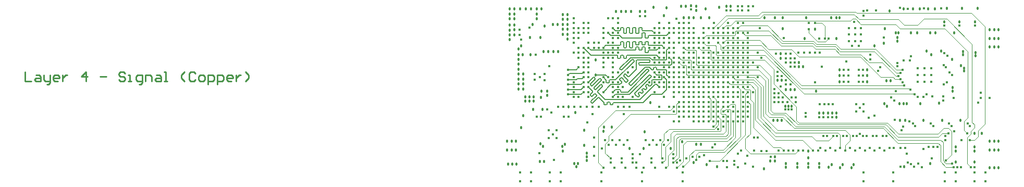
<source format=gbr>
G04 Layer_Physical_Order=4*
G04 Layer_Color=16440176*
%FSLAX24Y24*%
%MOIN*%
%TF.FileFunction,Copper,L4,Inr,Signal*%
%TF.Part,Single*%
G01*
G75*
%TA.AperFunction,Conductor*%
%ADD44C,0.0060*%
%TA.AperFunction,NonConductor*%
%ADD53C,0.0100*%
%TA.AperFunction,ViaPad*%
%ADD57C,0.0180*%
%ADD58C,0.0170*%
%ADD59C,0.0160*%
%TA.AperFunction,TestPad*%
%ADD60C,0.0160*%
%TA.AperFunction,Conductor*%
%ADD65C,0.0040*%
%ADD66C,0.0064*%
%ADD67C,0.0045*%
D44*
X9685Y10039D02*
X9843Y9882D01*
X9094Y10039D02*
X9685D01*
X6969Y6850D02*
X7008Y6890D01*
X6969Y6732D02*
Y6850D01*
X6929Y6693D02*
X6969Y6732D01*
X6811Y6693D02*
X6929D01*
X6772Y6732D02*
X6811Y6693D01*
X6772Y6732D02*
Y6850D01*
X6575Y7047D02*
X6772Y6850D01*
X6850Y5472D02*
X6969D01*
X6811Y5433D02*
X6850Y5472D01*
X6811Y5315D02*
Y5433D01*
X7008Y5315D02*
Y5433D01*
X6969Y5472D02*
X7008Y5433D01*
X6772Y5276D02*
X6811Y5315D01*
X6654Y5276D02*
X6772D01*
X6614Y5315D02*
X6654Y5276D01*
X6614Y5315D02*
Y5433D01*
X7008Y5315D02*
X7047Y5276D01*
X7165D01*
X7205Y5315D01*
Y5394D01*
X7244Y5433D01*
X9134D01*
X6299Y5748D02*
X6614Y5433D01*
X4331Y7520D02*
X4843D01*
X5000Y7677D01*
X5236Y7283D02*
X5315Y7362D01*
X4409Y7283D02*
X5236D01*
X4331Y7205D02*
X4409Y7283D01*
X4331Y6890D02*
X4843D01*
X4921Y6969D01*
X5236D01*
X5315Y7047D01*
X5315Y6732D02*
X5315D01*
X5157Y6575D02*
X5315Y6732D01*
X4331Y6575D02*
X5157D01*
X4331Y6260D02*
X5157D01*
X5315Y6417D01*
X4331Y5945D02*
X5157D01*
X5315Y6102D01*
X5315D01*
X7638Y9724D02*
X7795Y9567D01*
X7047Y9724D02*
X7638D01*
X9488D02*
X10630D01*
X9449Y9685D02*
X9488Y9724D01*
X9449Y9606D02*
Y9685D01*
X9409Y9567D02*
X9449Y9606D01*
X9291Y9567D02*
X9409D01*
X9252Y9606D02*
X9291Y9567D01*
X9252Y9606D02*
Y9843D01*
X9213Y9882D02*
X9252Y9843D01*
X9094Y9882D02*
X9213D01*
X9055Y9843D02*
X9094Y9882D01*
X9055Y9606D02*
Y9843D01*
X9016Y9567D02*
X9055Y9606D01*
X7795Y9567D02*
X9016D01*
X9488Y9094D02*
X10315D01*
X9449Y9134D02*
X9488Y9094D01*
X9291Y8622D02*
X9409D01*
X9252Y8661D02*
X9291Y8622D01*
X9252Y8661D02*
Y8937D01*
X9449Y8661D02*
Y8740D01*
X9409Y8622D02*
X9449Y8661D01*
X9488Y8780D02*
X10000D01*
X9449Y8740D02*
X9488Y8780D01*
X9213Y8976D02*
X9252Y8937D01*
X9094Y8976D02*
X9213D01*
X9055Y8937D02*
X9094Y8976D01*
X9055Y8819D02*
Y8937D01*
X9016Y8780D02*
X9055Y8819D01*
X8898Y8780D02*
X9016D01*
X8858Y8819D02*
X8898Y8780D01*
X8858Y8819D02*
Y8937D01*
X8819Y8976D02*
X8858Y8937D01*
X8701Y8976D02*
X8819D01*
X8661Y8937D02*
X8701Y8976D01*
X8661Y8819D02*
Y8937D01*
X8622Y8780D02*
X8661Y8819D01*
X5787Y8780D02*
X8622D01*
X10472Y7047D02*
X10630Y6890D01*
Y6260D02*
Y6890D01*
X10315Y5945D02*
X10630Y6260D01*
X10315Y5945D02*
Y5945D01*
X10000Y6575D02*
X10157Y6417D01*
X10787Y7047D02*
X10787D01*
X10630Y7205D02*
X10787Y7047D01*
X10630Y7205D02*
Y7480D01*
X10591Y7520D02*
X10630Y7480D01*
X6575Y7047D02*
Y7047D01*
X7205Y5787D02*
X7362Y5945D01*
X7205Y6102D02*
X7362Y6260D01*
X6575Y6102D02*
Y6102D01*
X7047Y6575D01*
X10787Y8937D02*
X10787D01*
X10906Y7835D02*
X10945Y7874D01*
Y8150D01*
X10787Y8307D02*
X10945Y8150D01*
X10630Y8780D02*
X10787Y8937D01*
X10591Y8150D02*
X10630Y8189D01*
Y8780D01*
X5315Y8937D02*
X5787Y8465D01*
X5630Y8937D02*
X5787Y8780D01*
X10000Y8465D02*
X10157Y8307D01*
X6575Y8937D02*
X6732Y9094D01*
X7638D01*
X7677Y9134D01*
X10000Y8780D02*
X10157Y8937D01*
X10315Y9094D02*
X10472Y8937D01*
X6890Y9882D02*
Y9882D01*
Y9882D02*
X7047Y9724D01*
X10630D02*
X10787Y9882D01*
X7205Y10197D02*
X7362Y10039D01*
X7638D01*
X7677Y10079D01*
Y10197D01*
X7717Y10236D01*
X7835D01*
X7874Y10197D01*
Y9882D02*
Y10197D01*
Y9882D02*
X7913Y9843D01*
X8031D01*
X8071Y9882D01*
Y10197D01*
X8110Y10236D01*
X8228D01*
X8268Y10197D01*
Y9882D02*
Y10197D01*
Y9882D02*
X8307Y9843D01*
X8425D01*
X8465Y9882D01*
Y10197D01*
X8504Y10236D01*
X8622D01*
X8661Y10197D01*
Y9882D02*
Y10197D01*
Y9882D02*
X8701Y9843D01*
X8819D01*
X8858Y9882D01*
Y10197D01*
X8898Y10236D01*
X9016D01*
X9055Y10197D01*
Y10079D02*
Y10197D01*
Y10079D02*
X9094Y10039D01*
X7362Y6260D02*
X7638D01*
X7677Y6220D01*
X9488Y7441D02*
Y7480D01*
X9409Y7559D02*
X9488Y7480D01*
X9370Y7559D02*
X9409D01*
X8346Y6535D02*
X9370Y7559D01*
X8307Y6535D02*
X8346D01*
X8228Y6614D02*
X8307Y6535D01*
X8228Y6614D02*
X8228D01*
X8228D02*
Y6654D01*
X9252Y7677D01*
X9528D01*
X9685Y7520D01*
X9764D01*
X9803Y7559D01*
X10000D02*
X10039Y7520D01*
X10591D01*
X6102Y6260D02*
X6417Y6575D01*
X6457D01*
X6535Y6496D01*
Y6457D02*
Y6496D01*
X6299Y6220D02*
X6535Y6457D01*
X6299Y6220D02*
Y6220D01*
X6220Y6142D02*
X6299Y6220D01*
X5984Y6339D02*
Y6378D01*
Y6339D02*
X6063Y6260D01*
X6102D01*
X5630Y6732D02*
X5945Y7047D01*
X5984D01*
X6063Y6969D01*
Y6929D02*
Y6969D01*
X5748Y6614D02*
X6063Y6929D01*
X5827Y6496D02*
X5866D01*
X5748Y6575D02*
X5827Y6496D01*
X5748Y6575D02*
Y6614D01*
X5866Y6496D02*
X6339Y6969D01*
X6378D01*
X6457Y6890D01*
Y6850D02*
Y6890D01*
X5984Y6378D02*
X6457Y6850D01*
X6220Y6142D02*
X6220D01*
X6220Y6102D02*
Y6142D01*
Y6102D02*
X6693Y5630D01*
X7362Y6890D02*
X8543Y8071D01*
Y8110D01*
X8465Y8189D02*
X8543Y8110D01*
X8425Y8189D02*
X8465D01*
X7756Y7520D02*
X8425Y8189D01*
X7717Y7520D02*
X7756D01*
X7638Y7598D02*
X7717Y7520D01*
X7638Y7598D02*
Y7638D01*
X8307Y8307D01*
X9567D01*
X9724Y8150D01*
X10591D01*
X7008Y6890D02*
X7362D01*
X7362Y6890D01*
X7047Y6575D02*
X7638D01*
X7756Y6693D01*
X7756D01*
Y6772D01*
X7638Y6890D02*
X7756Y6772D01*
X7638Y6890D02*
Y6929D01*
X7717Y7008D01*
X7756D01*
X8031Y6732D01*
X8071D01*
X8150Y6811D01*
Y6850D01*
X7874Y7126D02*
X8150Y6850D01*
X7874Y7126D02*
Y7165D01*
X7953Y7244D01*
X7992D01*
X8150Y7087D01*
X8228D01*
X8701Y7559D01*
Y8110D01*
X8740Y8150D01*
X9528D01*
X9567Y8110D01*
Y8031D02*
Y8110D01*
X9528Y7992D02*
X9567Y8031D01*
X8898Y7992D02*
X9528D01*
X8858Y7953D02*
X8898Y7992D01*
X8858Y7874D02*
Y7953D01*
Y7874D02*
X8898Y7835D01*
X7362Y5945D02*
X8268D01*
X6693Y5630D02*
X8937D01*
X9882Y6575D01*
X10000D01*
X9134Y5433D02*
X9646Y5945D01*
X10315D01*
X8268D02*
X9528Y7205D01*
X9567D01*
X9646Y7126D01*
Y7087D02*
Y7126D01*
X8583Y6024D02*
X9646Y7087D01*
X8583Y5984D02*
Y6024D01*
Y5984D02*
X8661Y5906D01*
X9685Y6575D02*
Y6850D01*
X9724Y6890D01*
X10276D01*
X10315Y6929D01*
Y7165D01*
X10276Y7205D02*
X10315Y7165D01*
X10000Y7205D02*
X10276D01*
X9843Y7362D02*
X10000Y7205D01*
X9843Y7362D02*
Y7362D01*
X5630Y6417D02*
X5906Y6142D01*
Y6102D02*
Y6142D01*
X5748Y5945D02*
X5906Y6102D01*
X5748Y5945D02*
X5748D01*
X5748Y5906D02*
Y5945D01*
Y5906D02*
X5827Y5827D01*
X5866D01*
X6024Y5984D01*
X6063D01*
X6142Y5906D01*
Y5866D02*
Y5906D01*
X5787Y5512D02*
X6142Y5866D01*
X5787Y5472D02*
Y5512D01*
Y5472D02*
X5866Y5394D01*
X5906D01*
X6260Y5748D01*
X6299D01*
X8661Y5906D02*
X8661D01*
X8780Y5787D01*
X8819D01*
X8898Y5866D01*
Y5906D01*
X8819Y5984D02*
X8898Y5906D01*
X8819Y5984D02*
Y6024D01*
X8898Y6102D01*
X8937D01*
X9016Y6024D01*
X9055D01*
X9134Y6102D01*
Y6142D01*
X9055Y6220D02*
X9134Y6142D01*
X9055Y6220D02*
Y6260D01*
X9134Y6339D01*
X9173D01*
X9252Y6260D01*
X9291D01*
X9370Y6339D01*
Y6378D01*
X9291Y6457D02*
X9370Y6378D01*
X9291Y6457D02*
Y6496D01*
X9370Y6575D01*
X9409D01*
X9488Y6496D01*
X9606D01*
X9685Y6575D01*
X7677Y6161D02*
X7736Y6102D01*
X8150D01*
X7677Y6161D02*
Y6220D01*
X8150Y6102D02*
X9488Y7441D01*
X9803Y7559D02*
Y7638D01*
X10000Y7559D02*
Y7638D01*
X8898Y7835D02*
X10906D01*
X9961Y7677D02*
X10000Y7638D01*
X9803D02*
X9843Y7677D01*
X9961D01*
X8110Y8465D02*
X10000D01*
X7441D02*
X7480Y8425D01*
Y8307D02*
Y8425D01*
Y8307D02*
X7520Y8268D01*
X7638D01*
X7677Y8307D01*
Y8425D01*
X7717Y8465D01*
X5787D02*
X7441D01*
X7835D02*
X7874Y8425D01*
Y8307D02*
Y8425D01*
Y8307D02*
X7913Y8268D01*
X8031D01*
X8071Y8307D01*
Y8425D01*
X8110Y8465D01*
X7717D02*
X7835D01*
X7677Y9134D02*
Y9291D01*
X7717Y9331D01*
X7835D01*
X7874Y9291D01*
Y8976D02*
Y9291D01*
X8071Y8976D02*
Y9291D01*
X8110Y9331D01*
X8228D01*
X8268Y9291D01*
Y8976D02*
Y9291D01*
X8465Y8976D02*
Y9291D01*
X8504Y9331D01*
X8622D01*
X8661Y9291D01*
Y9173D02*
Y9291D01*
X8858Y9173D02*
Y9291D01*
X8898Y9331D01*
X9016D01*
X9055Y9291D01*
Y9173D02*
Y9291D01*
X9252Y9173D02*
Y9291D01*
X9291Y9331D01*
X9409D01*
X9449Y9291D01*
Y9134D02*
Y9291D01*
X7874Y8976D02*
X7913Y8937D01*
X8031D01*
X8071Y8976D01*
X8268D02*
X8307Y8937D01*
X8425D01*
X8465Y8976D01*
X8661Y9173D02*
X8701Y9134D01*
X8819D01*
X8858Y9173D01*
X9055D02*
X9094Y9134D01*
X9213D01*
X9252Y9173D01*
D53*
X-30400Y7400D02*
Y6800D01*
X-30000D01*
X-29700Y7200D02*
X-29500D01*
X-29400Y7100D01*
Y6800D01*
X-29700D01*
X-29800Y6900D01*
X-29700Y7000D01*
X-29400D01*
X-29200Y7200D02*
Y6900D01*
X-29100Y6800D01*
X-28801D01*
Y6700D01*
X-28900Y6600D01*
X-29000D01*
X-28801Y6800D02*
Y7200D01*
X-28301Y6800D02*
X-28501D01*
X-28601Y6900D01*
Y7100D01*
X-28501Y7200D01*
X-28301D01*
X-28201Y7100D01*
Y7000D01*
X-28601D01*
X-28001Y7200D02*
Y6800D01*
Y7000D01*
X-27901Y7100D01*
X-27801Y7200D01*
X-27701D01*
X-26501Y6800D02*
Y7400D01*
X-26801Y7100D01*
X-26401D01*
X-25602D02*
X-25202D01*
X-24002Y7300D02*
X-24102Y7400D01*
X-24302D01*
X-24402Y7300D01*
Y7200D01*
X-24302Y7100D01*
X-24102D01*
X-24002Y7000D01*
Y6900D01*
X-24102Y6800D01*
X-24302D01*
X-24402Y6900D01*
X-23802Y6800D02*
X-23602D01*
X-23702D01*
Y7200D01*
X-23802D01*
X-23102Y6600D02*
X-23002D01*
X-22902Y6700D01*
Y7200D01*
X-23202D01*
X-23302Y7100D01*
Y6900D01*
X-23202Y6800D01*
X-22902D01*
X-22702D02*
Y7200D01*
X-22403D01*
X-22303Y7100D01*
Y6800D01*
X-22003Y7200D02*
X-21803D01*
X-21703Y7100D01*
Y6800D01*
X-22003D01*
X-22103Y6900D01*
X-22003Y7000D01*
X-21703D01*
X-21503Y6800D02*
X-21303D01*
X-21403D01*
Y7400D01*
X-21503D01*
X-20203Y6800D02*
X-20403Y7000D01*
Y7200D01*
X-20203Y7400D01*
X-19504Y7300D02*
X-19603Y7400D01*
X-19803D01*
X-19903Y7300D01*
Y6900D01*
X-19803Y6800D01*
X-19603D01*
X-19504Y6900D01*
X-19204Y6800D02*
X-19004D01*
X-18904Y6900D01*
Y7100D01*
X-19004Y7200D01*
X-19204D01*
X-19304Y7100D01*
Y6900D01*
X-19204Y6800D01*
X-18704Y6600D02*
Y7200D01*
X-18404D01*
X-18304Y7100D01*
Y6900D01*
X-18404Y6800D01*
X-18704D01*
X-18104Y6600D02*
Y7200D01*
X-17804D01*
X-17704Y7100D01*
Y6900D01*
X-17804Y6800D01*
X-18104D01*
X-17204D02*
X-17404D01*
X-17504Y6900D01*
Y7100D01*
X-17404Y7200D01*
X-17204D01*
X-17104Y7100D01*
Y7000D01*
X-17504D01*
X-16904Y7200D02*
Y6800D01*
Y7000D01*
X-16804Y7100D01*
X-16704Y7200D01*
X-16604D01*
X-16305Y6800D02*
X-16105Y7000D01*
Y7200D01*
X-16305Y7400D01*
D57*
X19685Y1535D02*
D03*
X20394Y1299D02*
D03*
X19685D02*
D03*
X18976D02*
D03*
X18268D02*
D03*
X16850Y1181D02*
D03*
X11563Y11575D02*
D03*
X24882Y11299D02*
D03*
X14449Y11575D02*
D03*
X14724D02*
D03*
X11850D02*
D03*
X12520D02*
D03*
Y11339D02*
D03*
X12205Y11614D02*
D03*
X29370Y10600D02*
D03*
X29587Y8701D02*
D03*
X29646Y7441D02*
D03*
X30394Y8628D02*
D03*
X19685Y2323D02*
D03*
X17717Y4291D02*
D03*
X17441D02*
D03*
X2598Y5748D02*
D03*
X2126Y5512D02*
D03*
Y5787D02*
D03*
X1575D02*
D03*
Y5512D02*
D03*
X1850D02*
D03*
X31299Y9528D02*
D03*
Y8976D02*
D03*
X31575Y10079D02*
D03*
X31299D02*
D03*
X31575Y8976D02*
D03*
Y9528D02*
D03*
X31850D02*
D03*
Y8976D02*
D03*
Y10079D02*
D03*
Y2953D02*
D03*
Y1260D02*
D03*
Y2402D02*
D03*
X31575D02*
D03*
Y1260D02*
D03*
X31299Y2953D02*
D03*
X31575D02*
D03*
X31299Y1260D02*
D03*
Y2402D02*
D03*
X433D02*
D03*
Y2953D02*
D03*
X474Y1500D02*
D03*
X750D02*
D03*
X984Y2953D02*
D03*
X709Y2402D02*
D03*
X984D02*
D03*
X709Y2953D02*
D03*
X1026Y1500D02*
D03*
X20197Y6142D02*
D03*
X18819Y6260D02*
D03*
X18543D02*
D03*
X18268D02*
D03*
X17717Y6850D02*
D03*
X17992D02*
D03*
X17913Y8268D02*
D03*
Y8543D02*
D03*
X18622Y5197D02*
D03*
X18425D02*
D03*
X18228D02*
D03*
X23465Y7165D02*
D03*
Y6772D02*
D03*
Y7520D02*
D03*
X21693D02*
D03*
Y7165D02*
D03*
Y6772D02*
D03*
X24606Y10157D02*
D03*
X16890Y10866D02*
D03*
X1457Y7244D02*
D03*
Y6929D02*
D03*
Y6614D02*
D03*
Y6299D02*
D03*
X1142D02*
D03*
Y6614D02*
D03*
Y6929D02*
D03*
Y7244D02*
D03*
Y7559D02*
D03*
Y7874D02*
D03*
Y8189D02*
D03*
Y8504D02*
D03*
X3386Y8701D02*
D03*
X3071D02*
D03*
X1417Y8504D02*
D03*
X591Y10787D02*
D03*
Y11102D02*
D03*
Y11417D02*
D03*
Y9449D02*
D03*
Y9764D02*
D03*
Y10065D02*
D03*
Y10394D02*
D03*
X2047Y10433D02*
D03*
X1260Y11417D02*
D03*
X1614D02*
D03*
X1969D02*
D03*
X2638D02*
D03*
X2323D02*
D03*
Y11102D02*
D03*
Y10787D02*
D03*
X906Y11417D02*
D03*
Y11102D02*
D03*
Y10787D02*
D03*
X4291Y9488D02*
D03*
X3976Y11063D02*
D03*
X9252Y11260D02*
D03*
X21496Y4488D02*
D03*
Y4764D02*
D03*
X21220D02*
D03*
X25886Y4291D02*
D03*
X20394Y1535D02*
D03*
X18976D02*
D03*
X18268D02*
D03*
X19685Y1890D02*
D03*
X17559Y1969D02*
D03*
Y1693D02*
D03*
X17244D02*
D03*
X20984Y1299D02*
D03*
X8268Y2486D02*
D03*
X25827Y1339D02*
D03*
X27480Y1535D02*
D03*
X25512Y5354D02*
D03*
X25787Y11417D02*
D03*
X26378D02*
D03*
X27362D02*
D03*
X30354Y10600D02*
D03*
X19449Y9528D02*
D03*
X25394Y9606D02*
D03*
Y9370D02*
D03*
X29449Y7795D02*
D03*
X13110Y11417D02*
D03*
X12835Y2756D02*
D03*
X13858Y1339D02*
D03*
X13189Y1457D02*
D03*
X6575Y3589D02*
D03*
X9213Y3543D02*
D03*
X10906Y2480D02*
D03*
X9173D02*
D03*
X12520Y2756D02*
D03*
X11614Y2913D02*
D03*
X12362Y1575D02*
D03*
X20118Y10118D02*
D03*
X6614Y3858D02*
D03*
X7126D02*
D03*
X5354Y2677D02*
D03*
X1339Y3819D02*
D03*
X2520Y1654D02*
D03*
X2795D02*
D03*
X1929Y8504D02*
D03*
X1850Y5787D02*
D03*
X2638Y6142D02*
D03*
X9606Y5433D02*
D03*
X6102Y7205D02*
D03*
X4843Y1339D02*
D03*
X4961Y1535D02*
D03*
X4724D02*
D03*
X5512Y1732D02*
D03*
Y1969D02*
D03*
Y2205D02*
D03*
X2717Y2638D02*
D03*
X2559Y2795D02*
D03*
X4118Y2772D02*
D03*
X3971Y2632D02*
D03*
X3976Y2323D02*
D03*
X2992Y6142D02*
D03*
Y5906D02*
D03*
X6102Y8150D02*
D03*
X5354Y3661D02*
D03*
X4803Y4803D02*
D03*
X2677Y5000D02*
D03*
X2087D02*
D03*
X1457Y4606D02*
D03*
X4370Y5157D02*
D03*
X9803Y11535D02*
D03*
X10630Y11496D02*
D03*
X2756Y8701D02*
D03*
X1339Y9055D02*
D03*
X2559Y9606D02*
D03*
X906Y10394D02*
D03*
Y10079D02*
D03*
Y9764D02*
D03*
X1890Y9606D02*
D03*
X1142Y8858D02*
D03*
X3346Y10433D02*
D03*
X3661D02*
D03*
X3976D02*
D03*
Y10748D02*
D03*
Y10118D02*
D03*
X2835Y10315D02*
D03*
X12047Y10866D02*
D03*
X12362D02*
D03*
X11732D02*
D03*
X12835D02*
D03*
X13982Y11530D02*
D03*
X27559Y8504D02*
D03*
X27244Y8740D02*
D03*
X28189D02*
D03*
X26654Y9882D02*
D03*
X26260D02*
D03*
X28898Y8189D02*
D03*
X29587Y8504D02*
D03*
X29646Y7638D02*
D03*
X27067Y4291D02*
D03*
X28248D02*
D03*
X29429D02*
D03*
X25551D02*
D03*
X28937Y6378D02*
D03*
Y6142D02*
D03*
X26870Y5354D02*
D03*
X25472Y9882D02*
D03*
X27480Y9882D02*
D03*
X27835Y9882D02*
D03*
X29016D02*
D03*
X30394Y8425D02*
D03*
X28071Y5394D02*
D03*
X24528Y9213D02*
D03*
X25276Y9882D02*
D03*
X28543Y11457D02*
D03*
X29528D02*
D03*
X30512D02*
D03*
X28386Y10600D02*
D03*
X27795Y11417D02*
D03*
X17559Y10866D02*
D03*
X18071D02*
D03*
X19567D02*
D03*
X21142D02*
D03*
X26811Y11417D02*
D03*
X30315Y3465D02*
D03*
X30787D02*
D03*
X30325Y1614D02*
D03*
X30315Y2323D02*
D03*
X29134Y2598D02*
D03*
X30315D02*
D03*
X29134Y2323D02*
D03*
X29124Y1614D02*
D03*
X22441Y1260D02*
D03*
X21732D02*
D03*
X21890Y1457D02*
D03*
X22598D02*
D03*
X21181D02*
D03*
X21496Y9528D02*
D03*
X25787Y5348D02*
D03*
X25984D02*
D03*
X23937Y9055D02*
D03*
X24567Y5354D02*
D03*
X20945Y4764D02*
D03*
X20669D02*
D03*
X20394D02*
D03*
X8346Y11260D02*
D03*
X8031D02*
D03*
X7717D02*
D03*
X7402D02*
D03*
X3976Y9803D02*
D03*
X4291D02*
D03*
Y10118D02*
D03*
Y10433D02*
D03*
Y10748D02*
D03*
Y11063D02*
D03*
X8937Y11260D02*
D03*
X21693Y10866D02*
D03*
X21496D02*
D03*
X13346D02*
D03*
X18071Y10157D02*
D03*
X24961Y6811D02*
D03*
X24685D02*
D03*
X24724Y5197D02*
D03*
X3701Y8701D02*
D03*
X10472Y10984D02*
D03*
X19094Y7992D02*
D03*
Y7717D02*
D03*
X19370D02*
D03*
X17992Y4291D02*
D03*
D58*
X3600Y3150D02*
D03*
Y3650D02*
D03*
X3100D02*
D03*
Y3150D02*
D03*
X3600Y3150D02*
D03*
Y3650D02*
D03*
X3100D02*
D03*
Y3150D02*
D03*
X31024Y394D02*
D03*
X30315D02*
D03*
X29134D02*
D03*
X28425D02*
D03*
X25118D02*
D03*
X23228D02*
D03*
X1260D02*
D03*
X1969D02*
D03*
X3150D02*
D03*
X3858D02*
D03*
X6457D02*
D03*
X9055D02*
D03*
X11654D02*
D03*
X16142Y11575D02*
D03*
X15197D02*
D03*
X15472D02*
D03*
Y11339D02*
D03*
X15197D02*
D03*
X14724D02*
D03*
X14449D02*
D03*
X15866Y11575D02*
D03*
Y11339D02*
D03*
X9843Y6102D02*
D03*
X25197Y5551D02*
D03*
X25000Y5748D02*
D03*
X28189Y11457D02*
D03*
X27087D02*
D03*
X25551Y11496D02*
D03*
X5906Y5157D02*
D03*
X5512D02*
D03*
X5118D02*
D03*
X4724D02*
D03*
X8268D02*
D03*
X7874D02*
D03*
X7520D02*
D03*
X26693Y7638D02*
D03*
Y7205D02*
D03*
Y6772D02*
D03*
X27126D02*
D03*
Y7638D02*
D03*
X27559D02*
D03*
Y7205D02*
D03*
Y6772D02*
D03*
X27126Y7205D02*
D03*
X22992Y5079D02*
D03*
X22756Y5315D02*
D03*
Y4843D02*
D03*
X23228D02*
D03*
Y5315D02*
D03*
X22283Y9370D02*
D03*
Y10197D02*
D03*
Y9803D02*
D03*
X22677D02*
D03*
X23071D02*
D03*
Y9370D02*
D03*
X22677D02*
D03*
X23071Y10197D02*
D03*
X22677D02*
D03*
X2205Y6890D02*
D03*
Y7244D02*
D03*
X2835Y6850D02*
D03*
Y7244D02*
D03*
X2520Y7047D02*
D03*
X5984Y2008D02*
D03*
Y2598D02*
D03*
Y3189D02*
D03*
Y9252D02*
D03*
X6299D02*
D03*
X21220Y4488D02*
D03*
X20945D02*
D03*
X20669D02*
D03*
X20394D02*
D03*
X11732Y6102D02*
D03*
X11417D02*
D03*
X11102Y8628D02*
D03*
X18543Y6575D02*
D03*
X17717Y7402D02*
D03*
X17992Y7126D02*
D03*
X17717D02*
D03*
X18268Y6850D02*
D03*
Y6575D02*
D03*
X17638Y8543D02*
D03*
X17913Y6457D02*
D03*
X18622Y5000D02*
D03*
X18425D02*
D03*
X18228D02*
D03*
X18898Y5472D02*
D03*
Y5748D02*
D03*
X18622D02*
D03*
X18346Y5472D02*
D03*
X18071Y5748D02*
D03*
Y5472D02*
D03*
X17795D02*
D03*
Y5748D02*
D03*
Y6024D02*
D03*
X17520Y5472D02*
D03*
Y5748D02*
D03*
Y6024D02*
D03*
Y6299D02*
D03*
X23189Y6772D02*
D03*
X22913D02*
D03*
Y7520D02*
D03*
X23189D02*
D03*
Y7165D02*
D03*
X22913D02*
D03*
X22244Y7520D02*
D03*
X21969D02*
D03*
Y6772D02*
D03*
X22244Y7165D02*
D03*
X21969D02*
D03*
X22244Y6772D02*
D03*
X2480Y2205D02*
D03*
X1220Y9764D02*
D03*
Y10079D02*
D03*
X1850Y10236D02*
D03*
X8937Y10945D02*
D03*
X9252D02*
D03*
X12205Y11378D02*
D03*
X21260Y5315D02*
D03*
X20433D02*
D03*
X20709D02*
D03*
X20984D02*
D03*
X15512Y7362D02*
D03*
X23228Y945D02*
D03*
X25118D02*
D03*
X14567Y6102D02*
D03*
X14882D02*
D03*
X12992D02*
D03*
X11654Y945D02*
D03*
X9055D02*
D03*
X6457D02*
D03*
X3150D02*
D03*
X1969D02*
D03*
X1260D02*
D03*
X3110Y7756D02*
D03*
X5984Y8937D02*
D03*
X5000Y5787D02*
D03*
X6299Y8937D02*
D03*
X5630Y6417D02*
D03*
X6575Y7677D02*
D03*
X5630Y6732D02*
D03*
X6575D02*
D03*
Y7047D02*
D03*
X6890Y7047D02*
D03*
X5630Y7677D02*
D03*
X7205Y5787D02*
D03*
Y6102D02*
D03*
X5315Y7677D02*
D03*
Y7992D02*
D03*
X7520Y7362D02*
D03*
X7205D02*
D03*
X10472Y7677D02*
D03*
Y7362D02*
D03*
X6575Y7992D02*
D03*
Y8307D02*
D03*
X10472Y6417D02*
D03*
X11417Y9567D02*
D03*
Y9882D02*
D03*
X12047Y7362D02*
D03*
X11732D02*
D03*
X12992Y5787D02*
D03*
Y5472D02*
D03*
X12362Y5787D02*
D03*
X14567Y7047D02*
D03*
X12992Y6417D02*
D03*
X13307Y7047D02*
D03*
X13937Y6102D02*
D03*
Y6732D02*
D03*
X13622Y6417D02*
D03*
X13937Y7362D02*
D03*
X13622Y7677D02*
D03*
X10472Y9567D02*
D03*
Y10197D02*
D03*
X12677Y4528D02*
D03*
X13307Y5157D02*
D03*
X13937D02*
D03*
X14882Y4843D02*
D03*
X15512Y5787D02*
D03*
X15827Y7362D02*
D03*
X15197Y7992D02*
D03*
X15827Y4528D02*
D03*
Y9567D02*
D03*
X14567Y9252D02*
D03*
Y9882D02*
D03*
X14252Y8307D02*
D03*
X13622D02*
D03*
X13307Y8622D02*
D03*
X12047Y7677D02*
D03*
X12362Y8307D02*
D03*
Y8622D02*
D03*
X12992Y8307D02*
D03*
X11732D02*
D03*
Y7047D02*
D03*
X12047Y9252D02*
D03*
Y9567D02*
D03*
X11732Y10197D02*
D03*
X10787Y6417D02*
D03*
X12362Y4843D02*
D03*
X14567Y7362D02*
D03*
X12992Y6732D02*
D03*
X13937Y6417D02*
D03*
X13622Y6102D02*
D03*
Y6732D02*
D03*
Y7047D02*
D03*
Y7362D02*
D03*
X13937Y7677D02*
D03*
X3425Y1772D02*
D03*
X3858Y945D02*
D03*
X3350Y3400D02*
D03*
X10472Y8622D02*
D03*
X10787Y9567D02*
D03*
X10157Y10197D02*
D03*
X12677Y4843D02*
D03*
X13307D02*
D03*
X13937Y5472D02*
D03*
X14882Y5157D02*
D03*
X15512Y7992D02*
D03*
X15827Y4843D02*
D03*
Y9252D02*
D03*
X14882D02*
D03*
X14252Y9882D02*
D03*
X13937Y8307D02*
D03*
X13622Y8622D02*
D03*
X13307Y8937D02*
D03*
X12047Y8622D02*
D03*
X12992D02*
D03*
X12677Y8307D02*
D03*
X11732Y8622D02*
D03*
X12362Y9567D02*
D03*
Y9252D02*
D03*
X12047Y10197D02*
D03*
Y5472D02*
D03*
X12677Y6732D02*
D03*
X12362D02*
D03*
X12047D02*
D03*
Y4843D02*
D03*
X11732Y5472D02*
D03*
X12362Y7362D02*
D03*
X11732Y6732D02*
D03*
X11102Y7992D02*
D03*
X11732Y7992D02*
D03*
X12047D02*
D03*
X12362Y6102D02*
D03*
X12047D02*
D03*
Y5787D02*
D03*
X11102Y7677D02*
D03*
X11732Y7677D02*
D03*
X5000Y8307D02*
D03*
X5315D02*
D03*
X4685Y10827D02*
D03*
Y10512D02*
D03*
Y10197D02*
D03*
Y9882D02*
D03*
X5315Y10197D02*
D03*
X5000D02*
D03*
X4685Y9567D02*
D03*
Y9252D02*
D03*
Y8622D02*
D03*
X5000D02*
D03*
X4685Y7047D02*
D03*
Y6732D02*
D03*
Y6417D02*
D03*
Y6102D02*
D03*
Y5787D02*
D03*
X7205Y10827D02*
D03*
X7520D02*
D03*
Y10512D02*
D03*
Y10197D02*
D03*
Y9882D02*
D03*
Y9567D02*
D03*
X7205Y9882D02*
D03*
Y9567D02*
D03*
X6890Y8622D02*
D03*
X7205D02*
D03*
Y8307D02*
D03*
Y7992D02*
D03*
X7520Y6732D02*
D03*
Y6417D02*
D03*
Y6102D02*
D03*
Y5787D02*
D03*
X7205Y7677D02*
D03*
X5630Y7362D02*
D03*
Y5787D02*
D03*
Y7992D02*
D03*
X7205Y6732D02*
D03*
Y6417D02*
D03*
X5630Y6102D02*
D03*
X6575D02*
D03*
X5630Y7047D02*
D03*
X11102Y8307D02*
D03*
X10157Y8622D02*
D03*
X10787Y9882D02*
D03*
X7205Y7047D02*
D03*
X4016Y5157D02*
D03*
X6299D02*
D03*
X2244Y8504D02*
D03*
X12677Y7992D02*
D03*
X13307Y8307D02*
D03*
Y9252D02*
D03*
X25394Y7953D02*
D03*
Y7756D02*
D03*
X31024Y945D02*
D03*
X30315D02*
D03*
X29134D02*
D03*
X28425D02*
D03*
X25984Y2165D02*
D03*
X15512Y5472D02*
D03*
X13307Y6102D02*
D03*
X18268Y8543D02*
D03*
X18543D02*
D03*
X18268Y8268D02*
D03*
X18543D02*
D03*
X18819D02*
D03*
Y7992D02*
D03*
X18543D02*
D03*
X18268D02*
D03*
X18543Y7717D02*
D03*
X18819D02*
D03*
D59*
X24528Y9606D02*
D03*
X16220Y3189D02*
D03*
X16457D02*
D03*
X20000Y2362D02*
D03*
X18425D02*
D03*
X19055D02*
D03*
X16693Y2323D02*
D03*
X19370Y2362D02*
D03*
X18740D02*
D03*
X18110D02*
D03*
X17795D02*
D03*
X17008Y2323D02*
D03*
X16220Y2362D02*
D03*
X14961Y1693D02*
D03*
Y1457D02*
D03*
X25591Y2520D02*
D03*
X25906D02*
D03*
X25157D02*
D03*
X24882D02*
D03*
X24252D02*
D03*
X23622D02*
D03*
X22992D02*
D03*
X22362D02*
D03*
X21732D02*
D03*
X21102D02*
D03*
X20472D02*
D03*
X27953Y2598D02*
D03*
X27402D02*
D03*
X27677D02*
D03*
X26378Y4094D02*
D03*
X26142Y4213D02*
D03*
X23819Y3307D02*
D03*
X23307Y2362D02*
D03*
X23425Y3307D02*
D03*
X22992Y3425D02*
D03*
X20669Y3307D02*
D03*
X21299D02*
D03*
X20906D02*
D03*
X21929D02*
D03*
X21535D02*
D03*
X22559D02*
D03*
X22165D02*
D03*
X23189D02*
D03*
X22795D02*
D03*
X24449D02*
D03*
X24055D02*
D03*
X24685D02*
D03*
X20787Y2362D02*
D03*
X13032Y2047D02*
D03*
X12717Y1969D02*
D03*
X12520Y1772D02*
D03*
X9843Y9882D02*
D03*
X11732Y5787D02*
D03*
X19528Y4764D02*
D03*
Y4528D02*
D03*
X11102Y9252D02*
D03*
X22480Y9055D02*
D03*
X22913D02*
D03*
X22126Y8071D02*
D03*
X23228Y10984D02*
D03*
Y11299D02*
D03*
X22638Y10591D02*
D03*
X24016Y11339D02*
D03*
X26063Y11417D02*
D03*
X19409Y8622D02*
D03*
X19803D02*
D03*
X20118D02*
D03*
X20433D02*
D03*
X19055D02*
D03*
X17283Y1969D02*
D03*
X25669Y3661D02*
D03*
X28661Y3465D02*
D03*
X16457Y8622D02*
D03*
X15512Y8937D02*
D03*
X15827D02*
D03*
X14567Y8307D02*
D03*
X14882Y7992D02*
D03*
X15197Y2165D02*
D03*
X15787Y2008D02*
D03*
X24567Y2362D02*
D03*
X14567Y7992D02*
D03*
X14882Y8307D02*
D03*
Y7677D02*
D03*
X15197Y8307D02*
D03*
X15512D02*
D03*
X15827D02*
D03*
X15197Y7677D02*
D03*
X23937Y2362D02*
D03*
X16457Y7677D02*
D03*
X16142Y7992D02*
D03*
X16457Y7047D02*
D03*
X14252Y7992D02*
D03*
X15827Y7677D02*
D03*
Y7992D02*
D03*
X15512Y7677D02*
D03*
X13937Y8622D02*
D03*
X14567Y7677D02*
D03*
X15197Y7362D02*
D03*
X13937Y7992D02*
D03*
X14252Y7677D02*
D03*
X22047Y2362D02*
D03*
X15827Y7047D02*
D03*
X14882Y7362D02*
D03*
Y7047D02*
D03*
X27047Y2441D02*
D03*
X15827Y8622D02*
D03*
X14882D02*
D03*
X15197D02*
D03*
X14567D02*
D03*
X15197Y9252D02*
D03*
X15512D02*
D03*
Y8622D02*
D03*
X26457Y1339D02*
D03*
X26732Y1535D02*
D03*
X26969Y1299D02*
D03*
X27598Y1850D02*
D03*
X27520Y4094D02*
D03*
X28465Y3031D02*
D03*
Y3307D02*
D03*
X28504Y1732D02*
D03*
X31299Y5709D02*
D03*
X30709Y6063D02*
D03*
Y5709D02*
D03*
X11732Y9567D02*
D03*
X12047Y8937D02*
D03*
X12677Y9567D02*
D03*
Y9252D02*
D03*
X29843Y3465D02*
D03*
X30039Y3937D02*
D03*
X29488Y3031D02*
D03*
X29882Y4094D02*
D03*
X29016Y3583D02*
D03*
X13937Y9567D02*
D03*
Y10197D02*
D03*
X14252D02*
D03*
X14567Y10512D02*
D03*
X30039Y3031D02*
D03*
X20748Y9528D02*
D03*
X15197Y9882D02*
D03*
Y9567D02*
D03*
X14567Y10197D02*
D03*
X13622Y9882D02*
D03*
Y10197D02*
D03*
X14252Y9567D02*
D03*
X14882Y8937D02*
D03*
X15197D02*
D03*
X15827Y9882D02*
D03*
X18110Y9567D02*
D03*
X14882D02*
D03*
X20394Y9528D02*
D03*
X14567Y9567D02*
D03*
X13937Y9882D02*
D03*
X12047D02*
D03*
X13543Y2559D02*
D03*
X13740Y2756D02*
D03*
X14488Y1693D02*
D03*
Y1299D02*
D03*
X14252Y1693D02*
D03*
X13386D02*
D03*
X15827Y5157D02*
D03*
X15512D02*
D03*
X15827Y6102D02*
D03*
Y6417D02*
D03*
X15512Y6102D02*
D03*
X15197Y6417D02*
D03*
X14567Y5157D02*
D03*
X11693Y1339D02*
D03*
X11496Y1732D02*
D03*
X11890Y1850D02*
D03*
X15512Y4213D02*
D03*
X15197D02*
D03*
X15512Y4843D02*
D03*
Y4528D02*
D03*
X15197D02*
D03*
Y4843D02*
D03*
X14567Y4528D02*
D03*
Y4843D02*
D03*
X14882Y5787D02*
D03*
X14252Y4843D02*
D03*
Y4528D02*
D03*
X13937Y3740D02*
D03*
X13622Y5157D02*
D03*
Y3898D02*
D03*
Y4213D02*
D03*
X12992Y4843D02*
D03*
X12992Y5157D02*
D03*
X8937Y2126D02*
D03*
X12992Y4213D02*
D03*
X13307Y4528D02*
D03*
X12992D02*
D03*
X12362D02*
D03*
X12047D02*
D03*
X12677Y5472D02*
D03*
X11417Y4843D02*
D03*
Y4528D02*
D03*
X12362Y5157D02*
D03*
X7874Y2717D02*
D03*
X7402D02*
D03*
X6929D02*
D03*
X8110Y3031D02*
D03*
X7638D02*
D03*
X7165D02*
D03*
X6693D02*
D03*
X14252Y5472D02*
D03*
X13937Y5787D02*
D03*
Y4843D02*
D03*
X13622D02*
D03*
Y5472D02*
D03*
X16575Y10197D02*
D03*
X25276Y6142D02*
D03*
X14567Y8937D02*
D03*
X19724Y10118D02*
D03*
X20118Y10512D02*
D03*
X19724D02*
D03*
X14252Y6102D02*
D03*
X13622Y4528D02*
D03*
Y5787D02*
D03*
X13307D02*
D03*
X12677D02*
D03*
X8465Y2126D02*
D03*
X8701Y1575D02*
D03*
X11417Y5472D02*
D03*
X11102Y5157D02*
D03*
X9173Y1260D02*
D03*
X9882D02*
D03*
X9646Y1575D02*
D03*
Y1850D02*
D03*
X10354Y1575D02*
D03*
Y1850D02*
D03*
X10591Y1260D02*
D03*
X11063Y1850D02*
D03*
Y1575D02*
D03*
X11299Y1260D02*
D03*
X8701D02*
D03*
X8465Y1575D02*
D03*
Y1850D02*
D03*
X7992Y1260D02*
D03*
X7756Y1850D02*
D03*
Y1575D02*
D03*
X7047Y1850D02*
D03*
Y1575D02*
D03*
X7283Y1260D02*
D03*
X6575D02*
D03*
X10787Y5157D02*
D03*
X10157Y4528D02*
D03*
X11102Y4213D02*
D03*
X11417Y5157D02*
D03*
X13307Y6417D02*
D03*
X15197Y10512D02*
D03*
X13307Y10197D02*
D03*
X10157Y5157D02*
D03*
X4331Y7520D02*
D03*
Y7205D02*
D03*
Y6890D02*
D03*
Y6575D02*
D03*
Y6260D02*
D03*
Y5945D02*
D03*
X11102Y10197D02*
D03*
X6575Y9567D02*
D03*
X5315Y6732D02*
D03*
X10787Y7362D02*
D03*
Y7047D02*
D03*
X10472D02*
D03*
X10157Y6417D02*
D03*
X10787Y7677D02*
D03*
X11102Y6732D02*
D03*
X8465Y7677D02*
D03*
X5315Y6102D02*
D03*
X10787Y7992D02*
D03*
X10157Y7362D02*
D03*
X9843Y7047D02*
D03*
X5315Y6417D02*
D03*
X11102Y7362D02*
D03*
X5315Y7047D02*
D03*
X11417Y6417D02*
D03*
X8465Y5787D02*
D03*
X10472D02*
D03*
X11102D02*
D03*
X9843Y6732D02*
D03*
X10157D02*
D03*
X13307Y5472D02*
D03*
X15512Y6732D02*
D03*
X12047Y8307D02*
D03*
X12362Y8937D02*
D03*
X11732D02*
D03*
X15669Y1535D02*
D03*
X16142Y1339D02*
D03*
X15197Y1299D02*
D03*
X12992Y8937D02*
D03*
X12677Y6417D02*
D03*
X12362D02*
D03*
X12677Y6102D02*
D03*
X12047Y6417D02*
D03*
X12362Y7677D02*
D03*
X12677Y7362D02*
D03*
X11732Y6417D02*
D03*
X5000Y9882D02*
D03*
Y9567D02*
D03*
X7205Y9252D02*
D03*
X7520Y8937D02*
D03*
Y8622D02*
D03*
X10472Y6732D02*
D03*
X11102Y7047D02*
D03*
X10157D02*
D03*
X10787Y9252D02*
D03*
X7835Y5787D02*
D03*
X11102Y6417D02*
D03*
X5315Y7362D02*
D03*
X5000Y7677D02*
D03*
X9528Y6732D02*
D03*
X11102Y6102D02*
D03*
X10787Y6732D02*
D03*
X8150Y7362D02*
D03*
X10787Y8307D02*
D03*
Y8937D02*
D03*
X11417Y8307D02*
D03*
Y7992D02*
D03*
Y7677D02*
D03*
X7205Y8937D02*
D03*
X10787Y8622D02*
D03*
X5315Y8937D02*
D03*
X5630D02*
D03*
X10157Y8307D02*
D03*
X10472D02*
D03*
Y7992D02*
D03*
X10157D02*
D03*
X5000Y8937D02*
D03*
X5630Y8307D02*
D03*
X9843Y7992D02*
D03*
Y8307D02*
D03*
X6575Y8622D02*
D03*
X5630Y9252D02*
D03*
X10157D02*
D03*
X5315Y8622D02*
D03*
X6890Y9252D02*
D03*
X9843Y8937D02*
D03*
X9528D02*
D03*
X6575D02*
D03*
X10157Y8937D02*
D03*
X10472Y8937D02*
D03*
X11102D02*
D03*
X6890Y8307D02*
D03*
X5630Y9882D02*
D03*
X9843Y10197D02*
D03*
X10157Y9882D02*
D03*
Y9567D02*
D03*
X10472Y9252D02*
D03*
X6890Y10827D02*
D03*
X10787Y10197D02*
D03*
X5630Y10512D02*
D03*
X10157D02*
D03*
X6575Y10197D02*
D03*
Y9882D02*
D03*
X6890D02*
D03*
X5630Y10197D02*
D03*
X9843Y9567D02*
D03*
X5315Y10512D02*
D03*
X10787D02*
D03*
X5315Y9882D02*
D03*
X9843Y9252D02*
D03*
X7205Y10197D02*
D03*
X7835Y6417D02*
D03*
X9843Y7362D02*
D03*
X4055Y4528D02*
D03*
X4370D02*
D03*
X2992Y5000D02*
D03*
X5551Y4173D02*
D03*
X12362Y5472D02*
D03*
X11732Y5157D02*
D03*
Y4843D02*
D03*
X12677Y5157D02*
D03*
X2598Y4528D02*
D03*
X3268Y4803D02*
D03*
X2323Y4528D02*
D03*
X12362Y4213D02*
D03*
X12677D02*
D03*
X11732Y4528D02*
D03*
X11417Y4213D02*
D03*
X11102Y4843D02*
D03*
X7874Y4685D02*
D03*
X12047Y5157D02*
D03*
X5906Y4685D02*
D03*
X3701Y5157D02*
D03*
X11732Y9252D02*
D03*
X11260Y10787D02*
D03*
X1339Y9449D02*
D03*
X12362Y10197D02*
D03*
X11417Y9252D02*
D03*
X11732Y9882D02*
D03*
X12047Y10512D02*
D03*
X11417D02*
D03*
X11732D02*
D03*
X15197Y10197D02*
D03*
X15512Y9882D02*
D03*
X12992Y9567D02*
D03*
X25709Y7520D02*
D03*
X25591Y7323D02*
D03*
X25709Y6732D02*
D03*
X25827Y6535D02*
D03*
X25591Y6929D02*
D03*
X26220Y6260D02*
D03*
X14252Y9252D02*
D03*
Y8937D02*
D03*
X27244Y5945D02*
D03*
X27047Y5787D02*
D03*
X26693D02*
D03*
X26496Y5945D02*
D03*
X13937Y9252D02*
D03*
X12362Y9882D02*
D03*
X11102D02*
D03*
X12992Y9252D02*
D03*
X14882Y10197D02*
D03*
X15512Y10512D02*
D03*
X25472Y7126D02*
D03*
X14882Y9882D02*
D03*
X9291Y3031D02*
D03*
X9764D02*
D03*
X10236D02*
D03*
X10709D02*
D03*
X9528Y2717D02*
D03*
X10000D02*
D03*
X13307Y4213D02*
D03*
X14252D02*
D03*
X27675Y3939D02*
D03*
X28858Y3937D02*
D03*
X28701Y4094D02*
D03*
X28346Y6575D02*
D03*
X28543Y6732D02*
D03*
X28346Y7835D02*
D03*
X11063Y2126D02*
D03*
X11299Y1575D02*
D03*
X14252Y5787D02*
D03*
X14567Y5472D02*
D03*
X14882D02*
D03*
X13937Y4213D02*
D03*
Y4528D02*
D03*
X14252Y5157D02*
D03*
X14567Y4213D02*
D03*
X14882D02*
D03*
X10472Y2717D02*
D03*
X14252Y3898D02*
D03*
X26260Y8386D02*
D03*
X26181Y8110D02*
D03*
X25787D02*
D03*
X27638Y5827D02*
D03*
X28307Y5551D02*
D03*
Y5827D02*
D03*
X28976Y5709D02*
D03*
X11417Y10197D02*
D03*
X12992Y9882D02*
D03*
X13307Y9567D02*
D03*
X23661Y8504D02*
D03*
Y8189D02*
D03*
X30354Y10344D02*
D03*
X29370D02*
D03*
X28386D02*
D03*
Y8583D02*
D03*
X28583Y8425D02*
D03*
X28502Y7679D02*
D03*
X28740Y7362D02*
D03*
X28896Y7207D02*
D03*
X12992Y10197D02*
D03*
X30315Y1299D02*
D03*
X30079D02*
D03*
X12677Y8937D02*
D03*
X28898Y1535D02*
D03*
X29449Y1299D02*
D03*
X29213D02*
D03*
X28976D02*
D03*
X25591Y1339D02*
D03*
X26063Y1575D02*
D03*
X15827Y5472D02*
D03*
X15197Y5787D02*
D03*
Y6102D02*
D03*
X14567Y5787D02*
D03*
X15512Y6417D02*
D03*
X14252D02*
D03*
X14567D02*
D03*
X14882D02*
D03*
X15827Y5787D02*
D03*
X16142Y6102D02*
D03*
X14567Y6732D02*
D03*
X14882D02*
D03*
X20315Y2362D02*
D03*
X14252Y6732D02*
D03*
Y7047D02*
D03*
X15197Y6732D02*
D03*
Y7047D02*
D03*
X15827Y6732D02*
D03*
X13937Y7047D02*
D03*
X14252Y7362D02*
D03*
X21417Y2362D02*
D03*
X14252Y8622D02*
D03*
X26260Y1496D02*
D03*
X25748Y3898D02*
D03*
X16693Y8307D02*
D03*
X25236Y4331D02*
D03*
X20984Y9528D02*
D03*
X20118Y6732D02*
D03*
X20551Y7717D02*
D03*
X23937Y4606D02*
D03*
X13307Y6732D02*
D03*
X11417D02*
D03*
Y7362D02*
D03*
Y7047D02*
D03*
X6496Y2486D02*
D03*
X13622Y9567D02*
D03*
X24281Y7677D02*
D03*
X24173Y7441D02*
D03*
X12992Y7992D02*
D03*
X12677Y7677D02*
D03*
X13622Y7992D02*
D03*
X12992Y7677D02*
D03*
X13307Y7992D02*
D03*
Y7677D02*
D03*
Y7362D02*
D03*
X12992Y7047D02*
D03*
X12047D02*
D03*
X12362D02*
D03*
X12677D02*
D03*
X12992Y7362D02*
D03*
X12362Y7992D02*
D03*
X30551Y5433D02*
D03*
X13661Y10512D02*
D03*
X12283Y1969D02*
D03*
X26534Y3939D02*
D03*
X22677Y2362D02*
D03*
X15394D02*
D03*
D60*
X23543Y4449D02*
D03*
X23465Y11339D02*
D03*
D65*
X24331Y7047D02*
X25118D01*
X23031Y8346D02*
X24331Y7047D01*
X19094Y8346D02*
X23031D01*
X18622Y8819D02*
X19094Y8346D01*
X17165Y8819D02*
X18622D01*
X16575Y9409D02*
X17165Y8819D01*
X19094Y4134D02*
X24764D01*
X19016Y4016D02*
X24646D01*
X18898Y3898D02*
X24567D01*
X18780Y3780D02*
X24488D01*
X18071Y4488D02*
X18780Y3780D01*
X17205Y4488D02*
X18071D01*
X18150Y4646D02*
X18898Y3898D01*
X17323Y4646D02*
X18150D01*
X18268Y4764D02*
X19016Y4016D01*
X17441Y4764D02*
X18268D01*
X27992Y3425D02*
X28346Y3780D01*
X25472Y3425D02*
X27992D01*
X24764Y4134D02*
X25472Y3425D01*
X28031Y3228D02*
X28268Y3465D01*
X25433Y3228D02*
X28031D01*
X24646Y4016D02*
X25433Y3228D01*
X28150Y3031D02*
X28307Y2874D01*
X25433Y3031D02*
X28150D01*
X24567Y3898D02*
X25433Y3031D01*
X28346Y3780D02*
X28661D01*
X25433Y2835D02*
X27992D01*
X24488Y3780D02*
X25433Y2835D01*
X28858Y2087D02*
Y3583D01*
X28661Y3780D02*
X28858Y3583D01*
X19094Y4134D02*
Y4134D01*
X18937Y4291D02*
X19094Y4134D01*
X18937Y4291D02*
Y5157D01*
X17480Y6614D02*
X18937Y5157D01*
X17126Y4843D02*
Y6929D01*
X16535Y7520D02*
X17126Y6929D01*
X12244Y7520D02*
X16535D01*
X12559Y7835D02*
X16575D01*
X28268Y3465D02*
X28661D01*
X17283Y4921D02*
X17441Y4764D01*
X17283Y4921D02*
Y7126D01*
X16575Y7835D02*
X17283Y7126D01*
X28307Y1728D02*
Y2874D01*
X17126Y4843D02*
X17323Y4646D01*
X16968Y4724D02*
X17205Y4488D01*
X16968Y4724D02*
Y6811D01*
X28150Y1654D02*
Y2677D01*
X11929Y7205D02*
X16575D01*
X27992Y2835D02*
X28150Y2677D01*
X16575Y7205D02*
X16968Y6811D01*
X28150Y1654D02*
X28504Y1299D01*
X28976D01*
X28499Y1535D02*
X28898D01*
X28307Y1728D02*
X28499Y1535D01*
X28504Y1732D02*
X28858Y2087D01*
X15039Y10000D02*
X15079Y10039D01*
X15039Y9764D02*
Y10000D01*
X15000Y9724D02*
X15039Y9764D01*
X26457Y5984D02*
X26496Y5945D01*
X26142Y6339D02*
X26220Y6260D01*
X15512Y9882D02*
X15669Y9724D01*
X15197Y10197D02*
X15354Y10354D01*
X12992Y9567D02*
X13150Y9724D01*
X15000D01*
X14252Y9252D02*
X14409Y9409D01*
X14252Y8937D02*
X14409Y9094D01*
X13937Y9252D02*
X14094Y9094D01*
Y8819D02*
Y9094D01*
Y8819D02*
X14134Y8780D01*
X12992Y9252D02*
X13150Y9094D01*
X13740D01*
X13780Y9055D01*
Y8504D02*
Y9055D01*
Y8504D02*
X13819Y8465D01*
X12677Y8937D02*
X12677D01*
X12835Y8780D01*
X13425D01*
X13465Y8740D01*
Y8189D02*
Y8740D01*
Y8189D02*
X13504Y8150D01*
X11732Y8937D02*
X11890Y8780D01*
X12480D01*
X12520Y8740D01*
Y7874D02*
Y8740D01*
Y7874D02*
X12559Y7835D01*
X12205Y7559D02*
X12244Y7520D01*
X11417Y8307D02*
X11575Y8150D01*
Y8150D02*
Y8150D01*
Y8150D02*
X12165D01*
X12205Y8110D01*
Y7559D02*
Y8110D01*
X11417Y7992D02*
X11575Y7835D01*
X11850D01*
X11890Y7795D01*
Y7244D02*
Y7795D01*
Y7244D02*
X11929Y7205D01*
X13504Y8150D02*
X16890D01*
X17480Y7559D01*
Y6614D02*
Y7559D01*
X13819Y8465D02*
X16929D01*
X19409Y5984D01*
X26457D01*
X14134Y8780D02*
X16811D01*
X19252Y6339D01*
X26142D01*
X14409Y9094D02*
X16693D01*
X19252Y6535D01*
X25827D01*
X14409Y9409D02*
X16575D01*
X15354Y10354D02*
X17087D01*
X18071Y9370D02*
X20039D01*
X17087Y10354D02*
X18071Y9370D01*
X20236Y9173D02*
X21457D01*
X20039Y9370D02*
X20236Y9173D01*
X20197Y9016D02*
X21417D01*
X20000Y9213D02*
X20197Y9016D01*
X19961Y9055D02*
X20157Y8858D01*
X21378D01*
X15669Y9724D02*
X17283D01*
X17953Y9055D01*
X19961D01*
X15079Y10039D02*
X17165D01*
X17992Y9213D01*
X20000D01*
X21772Y8858D02*
X23976D01*
X25315Y7520D01*
X21457Y9173D02*
X21772Y8858D01*
X25315Y7520D02*
X25709D01*
X21732Y8701D02*
X23937D01*
X25315Y7323D01*
X21417Y9016D02*
X21732Y8701D01*
X25315Y7323D02*
X25591D01*
X21378Y8858D02*
X21732Y8504D01*
X25276Y7126D02*
X25472D01*
X21732Y8504D02*
X23071D01*
X23583Y7992D01*
X24409D01*
X25276Y7126D01*
X25118Y7047D02*
X25236Y6929D01*
X25591D01*
D66*
X6732Y7205D02*
X6890Y7047D01*
X6102Y7205D02*
X6732D01*
D67*
X25827Y10394D02*
X26693D01*
X25472Y10748D02*
X25827Y10394D01*
X22953Y10748D02*
X25472D01*
X22638Y11063D02*
X22953Y10748D01*
X25276Y10433D02*
X25551Y10157D01*
X23071Y10433D02*
X25276D01*
X22717Y10787D02*
X23071Y10433D01*
X30157Y4173D02*
Y9173D01*
X28543Y10787D02*
X30157Y9173D01*
X27087Y10787D02*
X28543D01*
X29882Y4449D02*
Y8701D01*
X28425Y10157D02*
X29882Y8701D01*
X25551Y10157D02*
X28425D01*
X26693Y10394D02*
X27087Y10787D01*
X30118Y11142D02*
X30984Y10276D01*
Y4055D02*
Y10276D01*
X30551Y3622D02*
X30984Y4055D01*
X19331Y3031D02*
X20000Y2362D01*
X15984Y2165D02*
X18858D01*
X19055Y2362D01*
X17913Y2559D02*
X18110Y2362D01*
X15669Y2480D02*
X15984Y2165D01*
X21732Y2520D02*
Y3346D01*
X21575Y3504D02*
X21732Y3346D01*
X20984Y2992D02*
X21299Y3307D01*
X22047Y3661D02*
X22362Y3346D01*
X20197Y2992D02*
X20984D01*
X17598Y3504D02*
X21575D01*
X16654Y4449D02*
X17598Y3504D01*
X14331Y2244D02*
X15354Y3268D01*
X12677Y2244D02*
X14331D01*
X12520Y2087D02*
X12677Y2244D01*
X14252Y2402D02*
X15039Y3189D01*
X12441Y2402D02*
X14252D01*
X12087Y2047D02*
X12441Y2402D01*
X12520Y1772D02*
Y2087D01*
X14409Y10984D02*
X16496D01*
X16811Y11063D02*
X22638D01*
X22795Y11142D02*
X30118D01*
X22717Y11220D02*
X22795Y11142D01*
X16732Y11220D02*
X22717D01*
X22520Y10787D02*
X22717D01*
X22402Y10669D02*
X22520Y10787D01*
X16654Y4449D02*
Y6417D01*
X16181Y6890D02*
X16654Y6417D01*
X15039Y6890D02*
X16181D01*
X16299Y4331D02*
Y6260D01*
X15984Y6575D02*
X16299Y6260D01*
X14724Y6575D02*
X15984D01*
X15984Y5630D02*
Y6220D01*
X15945Y6260D02*
X15984Y6220D01*
X15669Y6260D02*
X15945D01*
X16457Y4409D02*
Y6417D01*
X16811Y4567D02*
X17717Y3661D01*
X16811Y4567D02*
Y6457D01*
X16220Y7047D02*
X16811Y6457D01*
X15827Y7047D02*
X16220D01*
X17441Y2559D02*
X17913D01*
X16181Y3819D02*
X17441Y2559D01*
X16181Y3819D02*
Y5433D01*
X17598Y3031D02*
X19331D01*
X16299Y4331D02*
X17598Y3031D01*
Y3268D02*
X19921D01*
X16457Y4409D02*
X17598Y3268D01*
X17717Y3661D02*
X22047D01*
X16142Y6732D02*
X16457Y6417D01*
X19921Y3268D02*
X20197Y2992D01*
X22047Y2677D02*
X22362Y2992D01*
Y3346D01*
X15827Y6732D02*
X16142D01*
X15984Y3425D02*
Y5315D01*
X15669Y3110D02*
X15984Y3425D01*
X15669Y2480D02*
Y3110D01*
X22047Y2362D02*
Y2677D01*
X14882Y7047D02*
X15039Y6890D01*
X30039Y3031D02*
X30315D01*
X30551Y3268D01*
Y3622D01*
X29843Y1535D02*
X30079Y1299D01*
X29843Y1535D02*
Y3189D01*
X30079Y3425D01*
Y3583D01*
X30315Y3819D01*
Y4016D01*
X30157Y4173D02*
X30315Y4016D01*
X29646Y3661D02*
X29843Y3465D01*
X29843D02*
X29843D01*
X16496Y10984D02*
X16732Y11220D01*
X29646Y4213D02*
X29882Y4449D01*
X29646Y3661D02*
Y4213D01*
X16575Y10827D02*
X16811Y11063D01*
X20118Y10512D02*
X20551D01*
X20748Y10315D01*
Y9528D02*
Y10315D01*
X14016Y1693D02*
X15669Y3346D01*
X13386Y1693D02*
X14016D01*
X15669Y3346D02*
Y5945D01*
X15354Y3268D02*
Y6260D01*
X15039Y3189D02*
Y5276D01*
X14882Y3307D02*
Y4213D01*
X14528Y2953D02*
X14882Y3307D01*
X11929Y2953D02*
X14528D01*
X14724Y3386D02*
Y4961D01*
X14449Y3110D02*
X14724Y3386D01*
X11535Y3110D02*
X14449D01*
X11102Y2402D02*
Y3268D01*
X10709Y2008D02*
X11102Y2402D01*
X10709Y1378D02*
Y2008D01*
X11693Y2717D02*
X11929Y2953D01*
X11693Y1654D02*
Y2717D01*
X15669Y5945D02*
X15669D01*
X15827Y6102D01*
X15197Y6417D02*
X15354Y6260D01*
X15197Y6417D02*
X15197D01*
X11693Y1339D02*
X12087Y1732D01*
X15000Y5315D02*
X15039Y5276D01*
X14724Y5315D02*
X15000D01*
X14567Y5157D02*
X14724Y5315D01*
X14567Y5157D02*
Y5157D01*
X14685Y5000D02*
X14724Y4961D01*
X14409Y5000D02*
X14685D01*
X14252Y4843D02*
X14409Y5000D01*
Y3583D02*
Y4646D01*
X14370Y4685D02*
X14409Y4646D01*
X14134Y4685D02*
X14370D01*
X14094Y4724D02*
X14134Y4685D01*
X14094Y4724D02*
Y5000D01*
X14094D01*
X14252Y5157D01*
X13307Y5787D02*
X13465Y5630D01*
X13307Y5787D02*
Y5787D01*
X7756Y1575D02*
Y1614D01*
X11260Y4724D02*
Y5315D01*
X11220Y4685D02*
X11260Y4724D01*
X6693Y2756D02*
X6929Y2992D01*
X6693Y2205D02*
Y2756D01*
Y2205D02*
X7047Y1850D01*
X11260Y5315D02*
X11417Y5472D01*
X7362Y4921D02*
X10866D01*
X11102Y5157D01*
X6929Y2992D02*
Y3307D01*
X8307Y4685D01*
X11220D01*
X13465Y4370D02*
Y5630D01*
X13307Y4213D02*
X13465Y4370D01*
X13307Y4213D02*
Y4213D01*
X13780Y4055D02*
Y5630D01*
X13622Y3898D02*
X13780Y4055D01*
X13622Y5787D02*
X13780Y5630D01*
X10787Y3740D02*
X13701D01*
X13937Y3976D02*
Y4213D01*
X13701Y3740D02*
X13937Y3976D01*
Y4528D02*
X14094Y4370D01*
Y3622D02*
Y4370D01*
X14055Y3583D02*
X14094Y3622D01*
X10276Y1929D02*
Y2835D01*
Y1929D02*
X10354Y1850D01*
Y1575D02*
X10551Y1772D01*
X11063Y3583D02*
X14055D01*
X11260Y3425D02*
X14252D01*
X10591Y1260D02*
X10709Y1378D01*
X14252Y3425D02*
X14409Y3583D01*
X14567Y3425D02*
Y4213D01*
X14409Y3268D02*
X14567Y3425D01*
X10472D02*
X10787Y3740D01*
X10472Y3031D02*
Y3425D01*
X10276Y2835D02*
X10472Y3031D01*
X10906Y3425D02*
X11063Y3583D01*
X11299Y1260D02*
X11693Y1654D01*
X10551Y1772D02*
Y2580D01*
X10906Y2935D01*
Y3425D01*
X11417Y2992D02*
X11535Y3110D01*
X11063Y1575D02*
X11417Y1929D01*
Y2992D01*
X11417Y3268D02*
X14409D01*
X11260Y3110D02*
X11417Y3268D01*
X11102D02*
X11260Y3425D01*
X11260Y2047D02*
Y3110D01*
X11063Y1850D02*
X11260Y2047D01*
X15827Y5472D02*
X15984Y5315D01*
X15512Y6417D02*
X15669Y6260D01*
X15984Y5630D02*
X16181Y5433D01*
X14567Y6732D02*
X14724Y6575D01*
X19724Y9882D02*
Y10118D01*
X20787Y9331D02*
X20984Y9528D01*
X19724Y9882D02*
X20276Y9331D01*
X20787D01*
X6260Y1575D02*
X6575Y1260D01*
X6260Y1575D02*
Y3819D01*
X7362Y4921D01*
X14252Y10197D02*
X14409Y10354D01*
Y10354D01*
X14724D01*
X15039Y10669D01*
X22402D01*
X13937Y10197D02*
X14567Y10827D01*
Y10827D01*
X16575D01*
X13622Y10197D02*
X14409Y10984D01*
X12087Y1732D02*
Y2047D01*
%TF.MD5,a60036cbe3b59cecf97c781e0eb6c6d0*%
M02*

</source>
